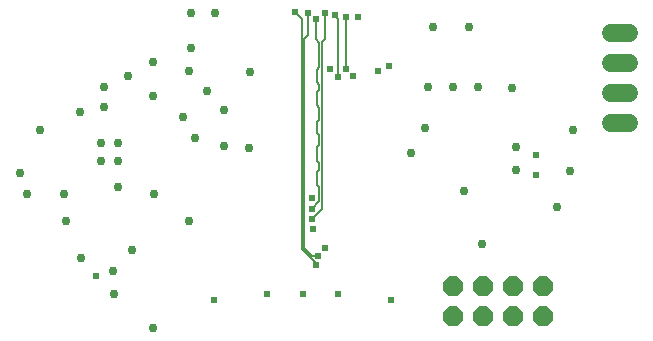
<source format=gbr>
G04 EAGLE Gerber RS-274X export*
G75*
%MOMM*%
%FSLAX34Y34*%
%LPD*%
%INBottom Copper*%
%IPPOS*%
%AMOC8*
5,1,8,0,0,1.08239X$1,22.5*%
G01*
%ADD10C,1.524000*%
%ADD11P,1.814519X8X22.500000*%
%ADD12C,0.606400*%
%ADD13C,0.756400*%
%ADD14C,0.127000*%


D10*
X522720Y194100D02*
X507480Y194100D01*
X507480Y219500D02*
X522720Y219500D01*
X522720Y244900D02*
X507480Y244900D01*
X507480Y270300D02*
X522720Y270300D01*
D11*
X373800Y30400D03*
X373800Y55800D03*
X399200Y30400D03*
X399200Y55800D03*
X424600Y30400D03*
X424600Y55800D03*
X450000Y30400D03*
X450000Y55800D03*
D12*
X255400Y104300D03*
X254200Y130600D03*
X265600Y88100D03*
X246500Y49300D03*
X269400Y239600D03*
X289400Y233700D03*
X171200Y44300D03*
X321600Y44300D03*
X276500Y49200D03*
X216500Y49100D03*
D13*
X427100Y173900D03*
X427100Y153900D03*
X350000Y190000D03*
X373900Y224500D03*
X352900Y224400D03*
X395000Y224700D03*
X338200Y168800D03*
X398000Y91200D03*
X101800Y86800D03*
X13300Y134000D03*
X7200Y151700D03*
X179600Y174300D03*
X201300Y173000D03*
X155400Y181500D03*
X145200Y199000D03*
X150200Y238100D03*
X151900Y286800D03*
X86700Y49400D03*
X58400Y79400D03*
X172600Y287000D03*
X202300Y237300D03*
X98600Y233900D03*
X76000Y177000D03*
X90000Y177000D03*
X76000Y162000D03*
X90000Y162000D03*
X119500Y245300D03*
X46200Y111200D03*
X461500Y122700D03*
X383300Y136200D03*
X357000Y275000D03*
X387000Y275000D03*
D12*
X293000Y283500D03*
D13*
X44500Y134000D03*
X24000Y188000D03*
X120000Y20000D03*
X86000Y68500D03*
X150600Y110600D03*
X151900Y257700D03*
X90000Y140000D03*
X78200Y224600D03*
X165700Y221100D03*
X58000Y203500D03*
X78200Y207600D03*
X120000Y216500D03*
X179700Y205000D03*
X120300Y133400D03*
X473000Y153000D03*
D12*
X310100Y237900D03*
X443800Y167178D03*
X319900Y242000D03*
X443656Y150300D03*
X257508Y281700D03*
D14*
X260500Y127500D02*
X254500Y121500D01*
D12*
X254500Y121500D03*
D14*
X257500Y281692D02*
X257508Y281700D01*
X257500Y281692D02*
X257500Y265038D01*
X260500Y262038D01*
X260500Y139500D02*
X260500Y127500D01*
X258500Y152500D02*
X260500Y154500D01*
X260500Y160000D01*
X260500Y183500D02*
X258500Y185500D01*
X258500Y194500D01*
X260500Y207000D02*
X258500Y209000D01*
X258500Y220000D01*
X260500Y222000D01*
X260500Y226500D01*
X258500Y228500D01*
X258500Y239000D01*
X260500Y241000D01*
X258500Y141500D02*
X260500Y139500D01*
X258500Y141500D02*
X258500Y152500D01*
X260500Y160000D02*
X258500Y162000D01*
X258500Y173500D01*
X260500Y175500D01*
X260500Y183500D01*
X258500Y194500D02*
X260500Y196500D01*
X260500Y207000D01*
X260500Y241000D02*
X260500Y262038D01*
X262786Y120947D02*
X254735Y112896D01*
D12*
X254735Y112896D03*
X265307Y287000D03*
D14*
X265215Y264629D02*
X262786Y262200D01*
X262786Y120947D01*
X265215Y286908D02*
X265307Y287000D01*
X265215Y286908D02*
X265215Y264629D01*
D12*
X276796Y232700D03*
X273911Y285000D03*
D14*
X276796Y282115D01*
X276796Y232700D01*
D12*
X283100Y239600D03*
X283100Y283800D03*
D14*
X283100Y239600D01*
X257600Y75100D02*
X257600Y73300D01*
X257600Y75100D02*
X245700Y87000D01*
D12*
X257600Y73300D03*
X239996Y287974D03*
D14*
X245700Y282270D01*
X245700Y194720D01*
X245700Y173301D02*
X245700Y173301D01*
X245700Y188819D01*
X245700Y188819D01*
X245700Y194720D01*
X245700Y173301D02*
X245700Y87000D01*
X254238Y81695D02*
X259795Y81695D01*
D12*
X259795Y81695D03*
D14*
X254238Y81695D02*
X247986Y87947D01*
D12*
X250600Y287300D03*
D14*
X251100Y286800D01*
X251100Y268300D01*
X247986Y265186D01*
X247986Y167400D01*
X247986Y87947D01*
X247986Y167400D02*
X247986Y167400D01*
D13*
X475600Y188400D03*
X423950Y223500D03*
D12*
X71500Y64500D03*
M02*

</source>
